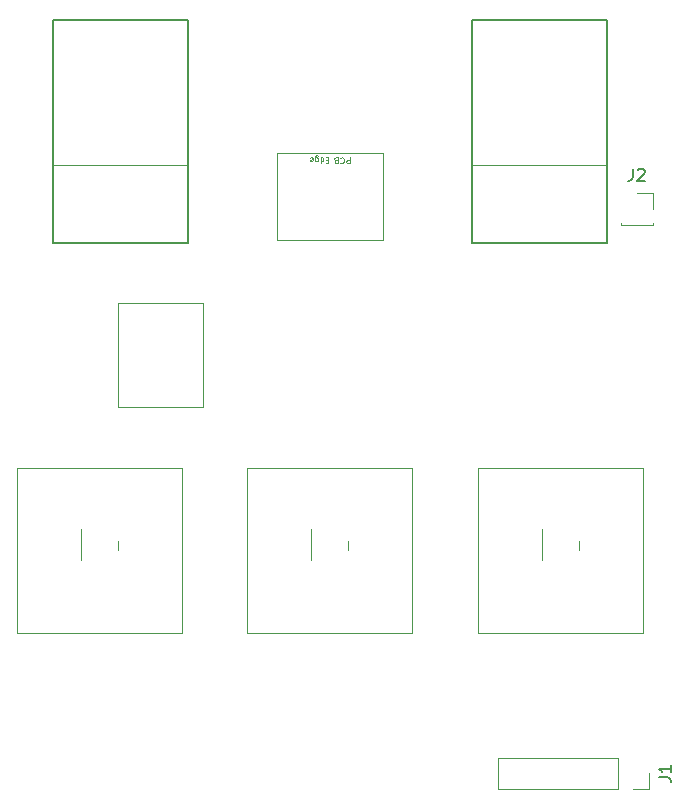
<source format=gbr>
G04 #@! TF.GenerationSoftware,KiCad,Pcbnew,(7.0.0-0)*
G04 #@! TF.CreationDate,2023-03-01T20:47:15-06:00*
G04 #@! TF.ProjectId,RP2040_minimal,52503230-3430-45f6-9d69-6e696d616c2e,REV1*
G04 #@! TF.SameCoordinates,Original*
G04 #@! TF.FileFunction,Legend,Top*
G04 #@! TF.FilePolarity,Positive*
%FSLAX46Y46*%
G04 Gerber Fmt 4.6, Leading zero omitted, Abs format (unit mm)*
G04 Created by KiCad (PCBNEW (7.0.0-0)) date 2023-03-01 20:47:15*
%MOMM*%
%LPD*%
G01*
G04 APERTURE LIST*
%ADD10C,0.150000*%
%ADD11C,0.100000*%
%ADD12C,0.120000*%
%ADD13C,0.210000*%
%ADD14C,0.050000*%
G04 APERTURE END LIST*
D10*
X125650666Y-97689380D02*
X125650666Y-98403666D01*
X125650666Y-98403666D02*
X125603047Y-98546523D01*
X125603047Y-98546523D02*
X125507809Y-98641761D01*
X125507809Y-98641761D02*
X125364952Y-98689380D01*
X125364952Y-98689380D02*
X125269714Y-98689380D01*
X126079238Y-97784619D02*
X126126857Y-97737000D01*
X126126857Y-97737000D02*
X126222095Y-97689380D01*
X126222095Y-97689380D02*
X126460190Y-97689380D01*
X126460190Y-97689380D02*
X126555428Y-97737000D01*
X126555428Y-97737000D02*
X126603047Y-97784619D01*
X126603047Y-97784619D02*
X126650666Y-97879857D01*
X126650666Y-97879857D02*
X126650666Y-97975095D01*
X126650666Y-97975095D02*
X126603047Y-98117952D01*
X126603047Y-98117952D02*
X126031619Y-98689380D01*
X126031619Y-98689380D02*
X126650666Y-98689380D01*
X127837380Y-149202333D02*
X128551666Y-149202333D01*
X128551666Y-149202333D02*
X128694523Y-149249952D01*
X128694523Y-149249952D02*
X128789761Y-149345190D01*
X128789761Y-149345190D02*
X128837380Y-149488047D01*
X128837380Y-149488047D02*
X128837380Y-149583285D01*
X128837380Y-148202333D02*
X128837380Y-148773761D01*
X128837380Y-148488047D02*
X127837380Y-148488047D01*
X127837380Y-148488047D02*
X127980238Y-148583285D01*
X127980238Y-148583285D02*
X128075476Y-148678523D01*
X128075476Y-148678523D02*
X128123095Y-148773761D01*
D11*
X101673809Y-96716309D02*
X101673809Y-97216309D01*
X101673809Y-97216309D02*
X101483333Y-97216309D01*
X101483333Y-97216309D02*
X101435714Y-97192500D01*
X101435714Y-97192500D02*
X101411904Y-97168690D01*
X101411904Y-97168690D02*
X101388095Y-97121071D01*
X101388095Y-97121071D02*
X101388095Y-97049642D01*
X101388095Y-97049642D02*
X101411904Y-97002023D01*
X101411904Y-97002023D02*
X101435714Y-96978214D01*
X101435714Y-96978214D02*
X101483333Y-96954404D01*
X101483333Y-96954404D02*
X101673809Y-96954404D01*
X100888095Y-96763928D02*
X100911904Y-96740119D01*
X100911904Y-96740119D02*
X100983333Y-96716309D01*
X100983333Y-96716309D02*
X101030952Y-96716309D01*
X101030952Y-96716309D02*
X101102380Y-96740119D01*
X101102380Y-96740119D02*
X101149999Y-96787738D01*
X101149999Y-96787738D02*
X101173809Y-96835357D01*
X101173809Y-96835357D02*
X101197618Y-96930595D01*
X101197618Y-96930595D02*
X101197618Y-97002023D01*
X101197618Y-97002023D02*
X101173809Y-97097261D01*
X101173809Y-97097261D02*
X101149999Y-97144880D01*
X101149999Y-97144880D02*
X101102380Y-97192500D01*
X101102380Y-97192500D02*
X101030952Y-97216309D01*
X101030952Y-97216309D02*
X100983333Y-97216309D01*
X100983333Y-97216309D02*
X100911904Y-97192500D01*
X100911904Y-97192500D02*
X100888095Y-97168690D01*
X100507142Y-96978214D02*
X100435714Y-96954404D01*
X100435714Y-96954404D02*
X100411904Y-96930595D01*
X100411904Y-96930595D02*
X100388095Y-96882976D01*
X100388095Y-96882976D02*
X100388095Y-96811547D01*
X100388095Y-96811547D02*
X100411904Y-96763928D01*
X100411904Y-96763928D02*
X100435714Y-96740119D01*
X100435714Y-96740119D02*
X100483333Y-96716309D01*
X100483333Y-96716309D02*
X100673809Y-96716309D01*
X100673809Y-96716309D02*
X100673809Y-97216309D01*
X100673809Y-97216309D02*
X100507142Y-97216309D01*
X100507142Y-97216309D02*
X100459523Y-97192500D01*
X100459523Y-97192500D02*
X100435714Y-97168690D01*
X100435714Y-97168690D02*
X100411904Y-97121071D01*
X100411904Y-97121071D02*
X100411904Y-97073452D01*
X100411904Y-97073452D02*
X100435714Y-97025833D01*
X100435714Y-97025833D02*
X100459523Y-97002023D01*
X100459523Y-97002023D02*
X100507142Y-96978214D01*
X100507142Y-96978214D02*
X100673809Y-96978214D01*
X99873809Y-96978214D02*
X99707142Y-96978214D01*
X99635714Y-96716309D02*
X99873809Y-96716309D01*
X99873809Y-96716309D02*
X99873809Y-97216309D01*
X99873809Y-97216309D02*
X99635714Y-97216309D01*
X99207142Y-96716309D02*
X99207142Y-97216309D01*
X99207142Y-96740119D02*
X99254761Y-96716309D01*
X99254761Y-96716309D02*
X99349999Y-96716309D01*
X99349999Y-96716309D02*
X99397618Y-96740119D01*
X99397618Y-96740119D02*
X99421428Y-96763928D01*
X99421428Y-96763928D02*
X99445237Y-96811547D01*
X99445237Y-96811547D02*
X99445237Y-96954404D01*
X99445237Y-96954404D02*
X99421428Y-97002023D01*
X99421428Y-97002023D02*
X99397618Y-97025833D01*
X99397618Y-97025833D02*
X99349999Y-97049642D01*
X99349999Y-97049642D02*
X99254761Y-97049642D01*
X99254761Y-97049642D02*
X99207142Y-97025833D01*
X98754761Y-97049642D02*
X98754761Y-96644880D01*
X98754761Y-96644880D02*
X98778571Y-96597261D01*
X98778571Y-96597261D02*
X98802380Y-96573452D01*
X98802380Y-96573452D02*
X98849999Y-96549642D01*
X98849999Y-96549642D02*
X98921428Y-96549642D01*
X98921428Y-96549642D02*
X98969047Y-96573452D01*
X98754761Y-96740119D02*
X98802380Y-96716309D01*
X98802380Y-96716309D02*
X98897618Y-96716309D01*
X98897618Y-96716309D02*
X98945237Y-96740119D01*
X98945237Y-96740119D02*
X98969047Y-96763928D01*
X98969047Y-96763928D02*
X98992856Y-96811547D01*
X98992856Y-96811547D02*
X98992856Y-96954404D01*
X98992856Y-96954404D02*
X98969047Y-97002023D01*
X98969047Y-97002023D02*
X98945237Y-97025833D01*
X98945237Y-97025833D02*
X98897618Y-97049642D01*
X98897618Y-97049642D02*
X98802380Y-97049642D01*
X98802380Y-97049642D02*
X98754761Y-97025833D01*
X98326190Y-96740119D02*
X98373809Y-96716309D01*
X98373809Y-96716309D02*
X98469047Y-96716309D01*
X98469047Y-96716309D02*
X98516666Y-96740119D01*
X98516666Y-96740119D02*
X98540475Y-96787738D01*
X98540475Y-96787738D02*
X98540475Y-96978214D01*
X98540475Y-96978214D02*
X98516666Y-97025833D01*
X98516666Y-97025833D02*
X98469047Y-97049642D01*
X98469047Y-97049642D02*
X98373809Y-97049642D01*
X98373809Y-97049642D02*
X98326190Y-97025833D01*
X98326190Y-97025833D02*
X98302380Y-96978214D01*
X98302380Y-96978214D02*
X98302380Y-96930595D01*
X98302380Y-96930595D02*
X98540475Y-96882976D01*
D12*
X93015000Y-123015000D02*
X106985000Y-123015000D01*
X93015000Y-136985000D02*
X93015000Y-123015000D01*
X106985000Y-123015000D02*
X106985000Y-136985000D01*
X106985000Y-136985000D02*
X93015000Y-136985000D01*
X73515000Y-123015000D02*
X87485000Y-123015000D01*
X73515000Y-136985000D02*
X73515000Y-123015000D01*
X87485000Y-123015000D02*
X87485000Y-136985000D01*
X87485000Y-136985000D02*
X73515000Y-136985000D01*
X88000000Y-97380000D02*
X76570000Y-97380000D01*
D13*
X88000000Y-104000000D02*
X76570000Y-104000000D01*
X76570000Y-104000000D02*
X76570000Y-85100000D01*
X76570000Y-85100000D02*
X88000000Y-85100000D01*
X88000000Y-85100000D02*
X88000000Y-104000000D01*
D12*
X112515000Y-123015000D02*
X126485000Y-123015000D01*
X112515000Y-136985000D02*
X112515000Y-123015000D01*
X126485000Y-123015000D02*
X126485000Y-136985000D01*
X126485000Y-136985000D02*
X112515000Y-136985000D01*
X124654000Y-102302000D02*
X124654000Y-102422000D01*
X124654000Y-102422000D02*
X127314000Y-102422000D01*
X125984000Y-99762000D02*
X127314000Y-99762000D01*
X127314000Y-99762000D02*
X127314000Y-101092000D01*
X127314000Y-102302000D02*
X127314000Y-102422000D01*
X123430000Y-97380000D02*
X112000000Y-97380000D01*
D13*
X123430000Y-104000000D02*
X112000000Y-104000000D01*
X112000000Y-104000000D02*
X112000000Y-85100000D01*
X112000000Y-85100000D02*
X123430000Y-85100000D01*
X123430000Y-85100000D02*
X123430000Y-104000000D01*
D12*
X124430000Y-147539000D02*
X114210000Y-147539000D01*
X124430000Y-147539000D02*
X124430000Y-150199000D01*
X114210000Y-147539000D02*
X114210000Y-150199000D01*
X127030000Y-148869000D02*
X127030000Y-150199000D01*
X127030000Y-150199000D02*
X125700000Y-150199000D01*
X124430000Y-150199000D02*
X114210000Y-150199000D01*
D14*
X89290000Y-109030000D02*
X89290000Y-117830000D01*
X82090000Y-109030000D02*
X89290000Y-109030000D01*
X89290000Y-117830000D02*
X82090000Y-117830000D01*
X82090000Y-117830000D02*
X82090000Y-109030000D01*
D12*
X121060000Y-130000000D02*
X121060000Y-129200000D01*
X117940000Y-130000000D02*
X117940000Y-128200000D01*
X117940000Y-130000000D02*
X117940000Y-130800000D01*
D11*
X95530000Y-103675000D02*
X104470000Y-103675000D01*
X104470000Y-103675000D02*
X104470000Y-96325000D01*
X104470000Y-96325000D02*
X95530000Y-96325000D01*
X95530000Y-96325000D02*
X95530000Y-103675000D01*
D12*
X101560000Y-130000000D02*
X101560000Y-129200000D01*
X98440000Y-130000000D02*
X98440000Y-128200000D01*
X98440000Y-130000000D02*
X98440000Y-130800000D01*
X82060000Y-130000000D02*
X82060000Y-129200000D01*
X78940000Y-130000000D02*
X78940000Y-128200000D01*
X78940000Y-130000000D02*
X78940000Y-130800000D01*
M02*

</source>
